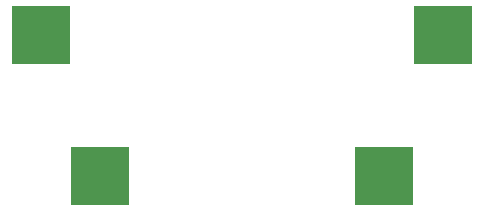
<source format=gbs>
G04 DipTrace 2.3.1.0*
%INLED_Matrix.GBS*%
%MOMM*%
%ADD19R,5.0X5.0*%
%FSLAX53Y53*%
G04*
G71*
G90*
G75*
G01*
%LNBotMask*%
%LPD*%
D19*
X42000Y20000D3*
X8000D3*
X37000Y8000D3*
X13000D3*
M02*

</source>
